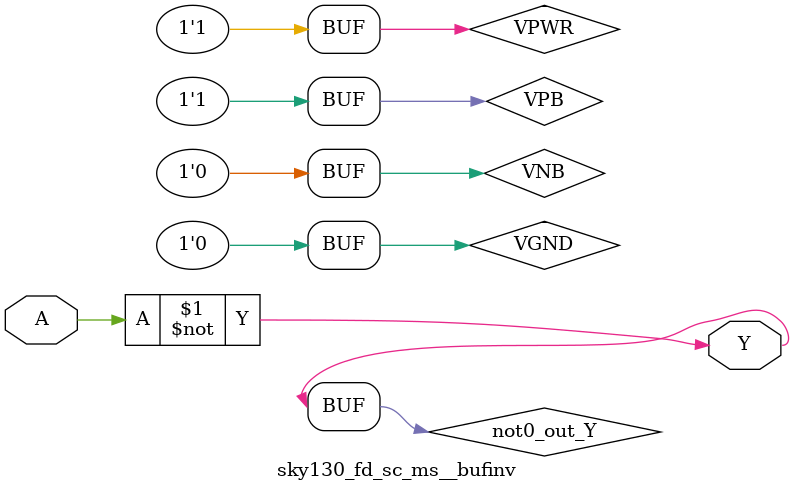
<source format=v>
/*
 * Copyright 2020 The SkyWater PDK Authors
 *
 * Licensed under the Apache License, Version 2.0 (the "License");
 * you may not use this file except in compliance with the License.
 * You may obtain a copy of the License at
 *
 *     https://www.apache.org/licenses/LICENSE-2.0
 *
 * Unless required by applicable law or agreed to in writing, software
 * distributed under the License is distributed on an "AS IS" BASIS,
 * WITHOUT WARRANTIES OR CONDITIONS OF ANY KIND, either express or implied.
 * See the License for the specific language governing permissions and
 * limitations under the License.
 *
 * SPDX-License-Identifier: Apache-2.0
*/


`ifndef SKY130_FD_SC_MS__BUFINV_BEHAVIORAL_V
`define SKY130_FD_SC_MS__BUFINV_BEHAVIORAL_V

/**
 * bufinv: Buffer followed by inverter.
 *
 * Verilog simulation functional model.
 */

`timescale 1ns / 1ps
`default_nettype none

`celldefine
module sky130_fd_sc_ms__bufinv (
    Y,
    A
);

    // Module ports
    output Y;
    input  A;

    // Module supplies
    supply1 VPWR;
    supply0 VGND;
    supply1 VPB ;
    supply0 VNB ;

    // Local signals
    wire not0_out_Y;

    //  Name  Output      Other arguments
    not not0 (not0_out_Y, A              );
    buf buf0 (Y         , not0_out_Y     );

endmodule
`endcelldefine

`default_nettype wire
`endif  // SKY130_FD_SC_MS__BUFINV_BEHAVIORAL_V
</source>
